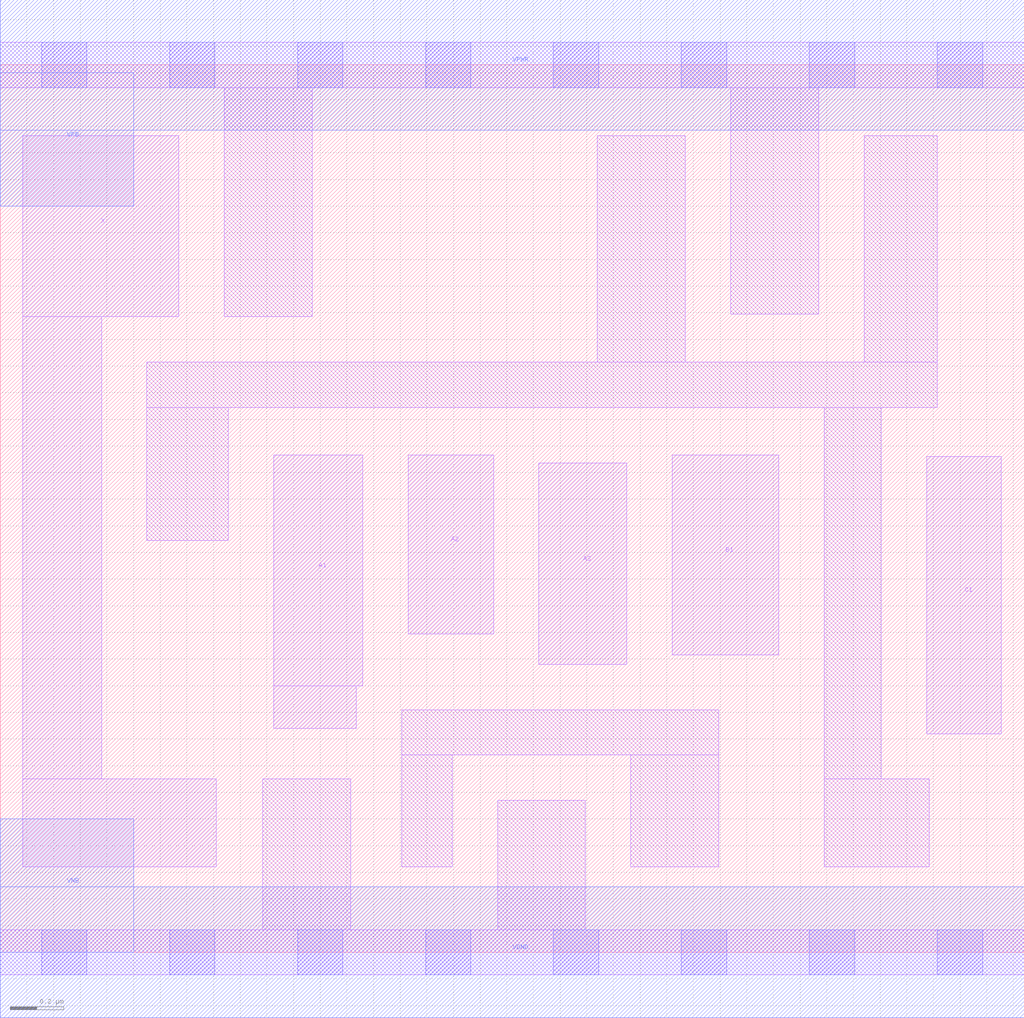
<source format=lef>
# Copyright 2020 The SkyWater PDK Authors
#
# Licensed under the Apache License, Version 2.0 (the "License");
# you may not use this file except in compliance with the License.
# You may obtain a copy of the License at
#
#     https://www.apache.org/licenses/LICENSE-2.0
#
# Unless required by applicable law or agreed to in writing, software
# distributed under the License is distributed on an "AS IS" BASIS,
# WITHOUT WARRANTIES OR CONDITIONS OF ANY KIND, either express or implied.
# See the License for the specific language governing permissions and
# limitations under the License.
#
# SPDX-License-Identifier: Apache-2.0

VERSION 5.5 ;
NAMESCASESENSITIVE ON ;
BUSBITCHARS "[]" ;
DIVIDERCHAR "/" ;
MACRO sky130_fd_sc_lp__o311a_0
  CLASS CORE ;
  SOURCE USER ;
  ORIGIN  0.000000  0.000000 ;
  SIZE  3.840000 BY  3.330000 ;
  SYMMETRY X Y R90 ;
  SITE unit ;
  PIN A1
    ANTENNAGATEAREA  0.159000 ;
    DIRECTION INPUT ;
    USE SIGNAL ;
    PORT
      LAYER li1 ;
        RECT 1.025000 0.840000 1.335000 1.000000 ;
        RECT 1.025000 1.000000 1.360000 1.865000 ;
    END
  END A1
  PIN A2
    ANTENNAGATEAREA  0.159000 ;
    DIRECTION INPUT ;
    USE SIGNAL ;
    PORT
      LAYER li1 ;
        RECT 1.530000 1.195000 1.850000 1.865000 ;
    END
  END A2
  PIN A3
    ANTENNAGATEAREA  0.159000 ;
    DIRECTION INPUT ;
    USE SIGNAL ;
    PORT
      LAYER li1 ;
        RECT 2.020000 1.080000 2.350000 1.835000 ;
    END
  END A3
  PIN B1
    ANTENNAGATEAREA  0.159000 ;
    DIRECTION INPUT ;
    USE SIGNAL ;
    PORT
      LAYER li1 ;
        RECT 2.520000 1.115000 2.920000 1.865000 ;
    END
  END B1
  PIN C1
    ANTENNAGATEAREA  0.159000 ;
    DIRECTION INPUT ;
    USE SIGNAL ;
    PORT
      LAYER li1 ;
        RECT 3.475000 0.820000 3.755000 1.860000 ;
    END
  END C1
  PIN X
    ANTENNADIFFAREA  0.423700 ;
    DIRECTION OUTPUT ;
    USE SIGNAL ;
    PORT
      LAYER li1 ;
        RECT 0.085000 0.320000 0.810000 0.650000 ;
        RECT 0.085000 0.650000 0.380000 2.385000 ;
        RECT 0.085000 2.385000 0.670000 3.065000 ;
    END
  END X
  PIN VGND
    DIRECTION INOUT ;
    USE GROUND ;
    PORT
      LAYER met1 ;
        RECT 0.000000 -0.245000 3.840000 0.245000 ;
    END
  END VGND
  PIN VNB
    DIRECTION INOUT ;
    USE GROUND ;
    PORT
      LAYER met1 ;
        RECT 0.000000 0.000000 0.500000 0.500000 ;
    END
  END VNB
  PIN VPB
    DIRECTION INOUT ;
    USE POWER ;
    PORT
      LAYER met1 ;
        RECT 0.000000 2.800000 0.500000 3.300000 ;
    END
  END VPB
  PIN VPWR
    DIRECTION INOUT ;
    USE POWER ;
    PORT
      LAYER met1 ;
        RECT 0.000000 3.085000 3.840000 3.575000 ;
    END
  END VPWR
  OBS
    LAYER li1 ;
      RECT 0.000000 -0.085000 3.840000 0.085000 ;
      RECT 0.000000  3.245000 3.840000 3.415000 ;
      RECT 0.550000  1.545000 0.855000 2.045000 ;
      RECT 0.550000  2.045000 3.515000 2.215000 ;
      RECT 0.840000  2.385000 1.170000 3.245000 ;
      RECT 0.985000  0.085000 1.315000 0.650000 ;
      RECT 1.505000  0.320000 1.695000 0.740000 ;
      RECT 1.505000  0.740000 2.695000 0.910000 ;
      RECT 1.865000  0.085000 2.195000 0.570000 ;
      RECT 2.240000  2.215000 2.570000 3.065000 ;
      RECT 2.365000  0.320000 2.695000 0.740000 ;
      RECT 2.740000  2.395000 3.070000 3.245000 ;
      RECT 3.090000  0.320000 3.485000 0.650000 ;
      RECT 3.090000  0.650000 3.305000 2.045000 ;
      RECT 3.240000  2.215000 3.515000 3.065000 ;
    LAYER mcon ;
      RECT 0.155000 -0.085000 0.325000 0.085000 ;
      RECT 0.155000  3.245000 0.325000 3.415000 ;
      RECT 0.635000 -0.085000 0.805000 0.085000 ;
      RECT 0.635000  3.245000 0.805000 3.415000 ;
      RECT 1.115000 -0.085000 1.285000 0.085000 ;
      RECT 1.115000  3.245000 1.285000 3.415000 ;
      RECT 1.595000 -0.085000 1.765000 0.085000 ;
      RECT 1.595000  3.245000 1.765000 3.415000 ;
      RECT 2.075000 -0.085000 2.245000 0.085000 ;
      RECT 2.075000  3.245000 2.245000 3.415000 ;
      RECT 2.555000 -0.085000 2.725000 0.085000 ;
      RECT 2.555000  3.245000 2.725000 3.415000 ;
      RECT 3.035000 -0.085000 3.205000 0.085000 ;
      RECT 3.035000  3.245000 3.205000 3.415000 ;
      RECT 3.515000 -0.085000 3.685000 0.085000 ;
      RECT 3.515000  3.245000 3.685000 3.415000 ;
  END
END sky130_fd_sc_lp__o311a_0
END LIBRARY

</source>
